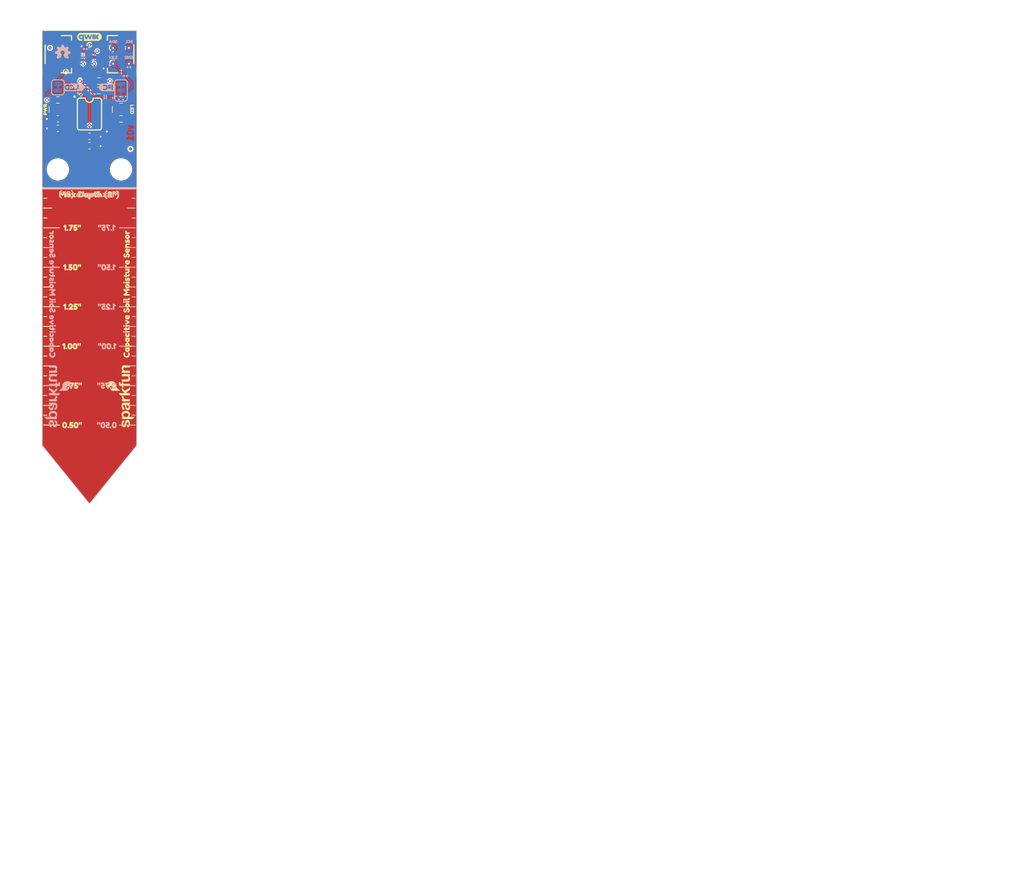
<source format=kicad_pcb>
(kicad_pcb (version 20241229) (generator "pcbnew") (generator_version "9.0")
  (title_block (title "SparkFun Capacitive Soil Moisture Sensor (Qwiic)") (date "2025-12-11") (rev "v01") (company "SparkFun") (comment 1 "Designed by: Malcolm McKellips"))
  (layers (0 "F.Cu" signal) (2 "B.Cu" signal) (13 "F.Paste" user) (15 "B.Paste" user) (5 "F.SilkS" user "F.Silkscreen") (7 "B.SilkS" user "B.Silkscreen") (1 "F.Mask" user) (3 "B.Mask" user) (25 "Edge.Cuts" user))
  (net 0 "")
  (net 1 "3.3V")
  (net 2 "GND")
  (net 3 "SCL")
  (net 4 "SDA")
  (net 5 "Net-(D1-A)")
  (net 6 "Net-(JP1-A)")
  (net 11 "TO_CAP_PLATE")
  (net 12 "Net-(U1-CMOD)")
  (net 13 "Net-(U1-VCC)")
  (net 14 "Net-(D2-K)")
  (net 15 "Net-(D2-A)")
  (net 16 "Net-(JP2-A)")
  (net 17 "Net-(JP2-C)")
  (net 18 "Net-(U1-SDA)")
  (net 19 "Net-(U1-SCL)")
  (net 20 "Net-(U1-CS0)")
  (footprint "SparkFun-Resistor:R_0603_1608Metric" (layer "F.Cu") (at 110.49 59.436 180)
    (property "Reference" "R1")
    (property "Value" "4.7k")
    (pad "1" smd roundrect (at -0.825 0 180) (size 0.8 0.95) (layers "F.Cu" "F.Mask" "F.Paste") (net 5 "Net-(D1-A)"))
    (pad "2" smd roundrect (at 0.825 0 180) (size 0.8 0.95) (layers "F.Cu" "F.Mask" "F.Paste") (net 6 "Net-(JP1-A)"))
  )
  (footprint "SparkFun-Aesthetic:Creative_Commons_License" (layer "F.Cu") (at 215.265 168.91)
    (property "Reference" "G3" (hide yes))
    (property "Value" "OSHW_Logo" (hide yes))
  )
  (footprint "kibuzzard-693B4BC8" (layer "F.Cu") (at 112.776 105.41)
    (property "Reference" "kibuzzard-693B4BC8" (hide yes))
    (property "Value" "G***" (hide yes))
  )
  (footprint "kibuzzard-693B4BFF" (layer "F.Cu") (at 112.685542 99.060715)
    (property "Reference" "kibuzzard-693B4BFF" (hide yes))
    (property "Value" "G***" (hide yes))
  )
  (footprint "SparkFun-Resistor:R_0603_1608Metric" (layer "F.Cu") (at 120.65 59.436)
    (property "Reference" "R6")
    (property "Value" "560")
    (pad "1" smd roundrect (at -0.825 0) (size 0.8 0.95) (layers "F.Cu" "F.Mask" "F.Paste") (net 20 "Net-(U1-CS0)"))
    (pad "2" smd roundrect (at 0.825 0) (size 0.8 0.95) (layers "F.Cu" "F.Mask" "F.Paste") (net 11 "TO_CAP_PLATE"))
  )
  (footprint "SparkFun-Hardware:Standoff" (layer "F.Cu") (at 120.65 70.612)
    (property "Reference" "ST2")
    (property "Value" "Stand_off")
    (pad "" np_thru_hole circle (at 0 0) (size 3.1 3.1) (drill 3.1) (layers "*.Cu" "*.Mask"))
  )
  (footprint "SparkFun-Resistor:R_0603_1608Metric" (layer "F.Cu") (at 117.094 56.388 180)
    (property "Reference" "R3")
    (property "Value" "2.2k")
    (pad "1" smd roundrect (at -0.825 0 180) (size 0.8 0.95) (layers "F.Cu" "F.Mask" "F.Paste") (net 16 "Net-(JP2-A)"))
    (pad "2" smd roundrect (at 0.825 0 180) (size 0.8 0.95) (layers "F.Cu" "F.Mask" "F.Paste") (net 4 "SDA"))
  )
  (footprint "kibuzzard-693B565E" (layer "F.Cu") (at 121.666 90.678 90)
    (property "Reference" "kibuzzard-693B565E" (hide yes))
    (property "Value" "G***" (hide yes))
  )
  (footprint "SparkFun-Capacitor:C_0603_1608Metric" (layer "F.Cu") (at 115.57 65.278)
    (property "Reference" "C2")
    (property "Value" "1.0uF")
    (pad "1" smd roundrect (at -0.775 0) (size 0.9 0.95) (layers "F.Cu" "F.Mask" "F.Paste") (net 1 "3.3V"))
    (pad "2" smd roundrect (at 0.775 0) (size 0.9 0.95) (layers "F.Cu" "F.Mask" "F.Paste") (net 2 "GND"))
  )
  (footprint "SparkFun-Connector:JST_1x04_P1.0mm_Horizontal_SMD" (layer "F.Cu") (at 118.11 52.07 90)
    (property "Reference" "J2")
    (property "Value" "Qwiic_RA")
    (pad "1" smd rect (at -1.5 0 90) (size 0.6 1.35) (layers "F.Cu" "F.Mask" "F.Paste") (net 2 "GND"))
    (pad "2" smd rect (at -0.5 0 90) (size 0.6 1.35) (layers "F.Cu" "F.Mask" "F.Paste") (net 1 "3.3V"))
    (pad "3" smd rect (at 0.5 0 90) (size 0.6 1.35) (layers "F.Cu" "F.Mask" "F.Paste") (net 4 "SDA"))
    (pad "4" smd rect (at 1.5 0 90) (size 0.6 1.35) (layers "F.Cu" "F.Mask" "F.Paste") (net 3 "SCL"))
    (pad "NC1" smd rect (at 2.8 3.675 90) (size 1.2 2) (layers "F.Cu" "F.Mask" "F.Paste"))
    (pad "NC2" smd rect (at -2.8 3.675 90) (size 1.2 2) (layers "F.Cu" "F.Mask" "F.Paste"))
  )
  (footprint "SparkFun-Aesthetic:Fiducial_0.5mm_Mask1mm" (layer "F.Cu") (at 122.174 67.31)
    (property "Reference" "FID4")
    (property "Value" "Fiducial_0.5mm")
    (pad "" smd circle (at 0 0) (size 0.5 0.5) (layers "F.Cu" "F.Mask") (clearance 0.25))
  )
  (footprint "SparkFun-Aesthetic:SparkFun_Logo_10mm" (layer "F.Cu") (at 121.412 107.188 90)
    (property "Reference" "G***" (hide yes))
    (property "Value" "LOGO" (hide yes))
  )
  (footprint "SparkFun-Resistor:R_0603_1608Metric" (layer "F.Cu") (at 114.046 57.912 180)
    (property "Reference" "R5")
    (property "Value" "330")
    (pad "1" smd roundrect (at -0.825 0 180) (size 0.8 0.95) (layers "F.Cu" "F.Mask" "F.Paste") (net 19 "Net-(U1-SCL)"))
    (pad "2" smd roundrect (at 0.825 0 180) (size 0.8 0.95) (layers "F.Cu" "F.Mask" "F.Paste") (net 3 "SCL"))
  )
  (footprint "kibuzzard-693B4C4C" (layer "F.Cu") (at 115.511509 74.720349)
    (property "Reference" "kibuzzard-693B4C4C" (hide yes))
    (property "Value" "G***" (hide yes))
  )
  (footprint "kibuzzard-693B4C3E" (layer "F.Cu") (at 112.776 80.01)
    (property "Reference" "kibuzzard-693B4C3E" (hide yes))
    (property "Value" "G***" (hide yes))
  )
  (footprint "SparkFun-Resistor:R_0603_1608Metric" (layer "F.Cu") (at 120.65 62.484)
    (property "Reference" "R7")
    (property "Value" "2.2k")
    (pad "1" smd roundrect (at -0.825 0) (size 0.8 0.95) (layers "F.Cu" "F.Mask" "F.Paste") (net 1 "3.3V"))
    (pad "2" smd roundrect (at 0.825 0) (size 0.8 0.95) (layers "F.Cu" "F.Mask" "F.Paste") (net 15 "Net-(D2-A)"))
  )
  (footprint "kibuzzard-693B4C27" (layer "F.Cu") (at 112.776 86.36)
    (property "Reference" "kibuzzard-693B4C27" (hide yes))
    (property "Value" "G***" (hide yes))
  )
  (footprint "kibuzzard-693B4BBA" (layer "F.Cu") (at 112.776 111.76)
    (property "Reference" "kibuzzard-693B4BBA" (hide yes))
    (property "Value" "G***" (hide yes))
  )
  (footprint "SparkFun-LED:LED_0603_1608Metric_Red" (layer "F.Cu") (at 110.49 60.96)
    (property "Reference" "D1")
    (property "Value" "Red")
    (pad "1" smd roundrect (at -0.7875 0) (size 0.875 0.95) (layers "F.Cu" "F.Mask" "F.Paste") (net 2 "GND"))
    (pad "2" smd roundrect (at 0.7875 0) (size 0.875 0.95) (layers "F.Cu" "F.Mask" "F.Paste") (net 5 "Net-(D1-A)"))
  )
  (footprint "SparkFun-Connector:JST_1x04_P1.0mm_Horizontal_SMD" (layer "F.Cu") (at 113.03 52.07 -90)
    (property "Reference" "J1")
    (property "Value" "Qwiic_RA")
    (pad "1" smd rect (at -1.5 0 270) (size 0.6 1.35) (layers "F.Cu" "F.Mask" "F.Paste") (net 2 "GND"))
    (pad "2" smd rect (at -0.5 0 270) (size 0.6 1.35) (layers "F.Cu" "F.Mask" "F.Paste") (net 1 "3.3V"))
    (pad "3" smd rect (at 0.5 0 270) (size 0.6 1.35) (layers "F.Cu" "F.Mask" "F.Paste") (net 4 "SDA"))
    (pad "4" smd rect (at 1.5 0 270) (size 0.6 1.35) (layers "F.Cu" "F.Mask" "F.Paste") (net 3 "SCL"))
    (pad "NC1" smd rect (at 2.8 3.675 270) (size 1.2 2) (layers "F.Cu" "F.Mask" "F.Paste"))
    (pad "NC2" smd rect (at -2.8 3.675 270) (size 1.2 2) (layers "F.Cu" "F.Mask" "F.Paste"))
  )
  (footprint "SparkFun-Capacitor:C_0603_1608Metric" (layer "F.Cu") (at 115.57 66.802)
    (property "Reference" "C1")
    (property "Value" "0.1uF")
    (pad "1" smd roundrect (at -0.775 0) (size 0.9 0.95) (layers "F.Cu" "F.Mask" "F.Paste") (net 1 "3.3V"))
    (pad "2" smd roundrect (at 0.775 0) (size 0.9 0.95) (layers "F.Cu" "F.Mask" "F.Paste") (net 2 "GND"))
  )
  (footprint "SparkFun-Semiconductor-Standard:SO-8" (layer "F.Cu") (at 115.57 61.722)
    (property "Reference" "U1")
    (property "Value" "CY8CMBR3102")
    (pad "1" smd rect (at -2.8 -1.905 270) (size 0.6 1.2) (layers "F.Cu" "F.Mask" "F.Paste") (net 19 "Net-(U1-SCL)"))
    (pad "2" smd rect (at -2.8 -0.635 270) (size 0.6 1.2) (layers "F.Cu" "F.Mask" "F.Paste") (net 12 "Net-(U1-CMOD)"))
    (pad "3" smd rect (at -2.8 0.635 270) (size 0.6 1.2) (layers "F.Cu" "F.Mask" "F.Paste") (net 13 "Net-(U1-VCC)"))
    (pad "4" smd rect (at -2.8 1.905 270) (size 0.6 1.2) (layers "F.Cu" "F.Mask" "F.Paste") (net 1 "3.3V"))
    (pad "5" smd rect (at 2.8 1.905 270) (size 0.6 1.2) (layers "F.Cu" "F.Mask" "F.Paste") (net 2 "GND"))
    (pad "6" smd rect (at 2.8 0.635 270) (size 0.6 1.2) (layers "F.Cu" "F.Mask" "F.Paste") (net 14 "Net-(D2-K)"))
    (pad "7" smd rect (at 2.8 -0.635 270) (size 0.6 1.2) (layers "F.Cu" "F.Mask" "F.Paste") (net 20 "Net-(U1-CS0)"))
    (pad "8" smd rect (at 2.8 -1.905 270) (size 0.6 1.2) (layers "F.Cu" "F.Mask" "F.Paste") (net 18 "Net-(U1-SDA)"))
  )
  (footprint "SparkFun-LED:LED_0603_1608Metric_Blue" (layer "F.Cu") (at 120.65 60.96)
    (property "Reference" "D2")
    (property "Value" "Blue")
    (pad "1" smd roundrect (at -0.7875 0) (size 0.875 0.95) (layers "F.Cu" "F.Mask" "F.Paste") (net 14 "Net-(D2-K)"))
    (pad "2" smd roundrect (at 0.7875 0) (size 0.875 0.95) (layers "F.Cu" "F.Mask" "F.Paste") (net 15 "Net-(D2-A)"))
  )
  (footprint "SparkFun-Aesthetic:qwiic_4mm" (layer "F.Cu") (at 115.57 49.276)
    (property "Reference" "G***" (hide yes))
    (property "Value" "LOGO" (hide yes))
  )
  (footprint "SparkFun-Resistor:R_0603_1608Metric" (layer "F.Cu") (at 117.094 57.912 180)
    (property "Reference" "R4")
    (property "Value" "330")
    (pad "1" smd roundrect (at -0.825 0 180) (size 0.8 0.95) (layers "F.Cu" "F.Mask" "F.Paste") (net 18 "Net-(U1-SDA)"))
    (pad "2" smd roundrect (at 0.825 0 180) (size 0.8 0.95) (layers "F.Cu" "F.Mask" "F.Paste") (net 4 "SDA"))
  )
  (footprint "SparkFun-Capacitor:C_0603_1608Metric" (layer "F.Cu") (at 110.49 62.484 180)
    (property "Reference" "C3")
    (property "Value" "2200pF")
    (pad "1" smd roundrect (at -0.775 0 180) (size 0.9 0.95) (layers "F.Cu" "F.Mask" "F.Paste") (net 12 "Net-(U1-CMOD)"))
    (pad "2" smd roundrect (at 0.775 0 180) (size 0.9 0.95) (layers "F.Cu" "F.Mask" "F.Paste") (net 2 "GND"))
  )
  (footprint "SparkFun-Aesthetic:Fiducial_0.5mm_Mask1mm" (layer "F.Cu") (at 109.22 51.054)
    (property "Reference" "FID3")
    (property "Value" "Fiducial_0.5mm")
    (pad "" smd circle (at 0 0) (size 0.5 0.5) (layers "F.Cu" "F.Mask") (clearance 0.25))
  )
  (footprint "SparkFun-Resistor:R_0603_1608Metric" (layer "F.Cu") (at 114.046 56.388 180)
    (property "Reference" "R2")
    (property "Value" "2.2k")
    (pad "1" smd roundrect (at -0.825 0 180) (size 0.8 0.95) (layers "F.Cu" "F.Mask" "F.Paste") (net 17 "Net-(JP2-C)"))
    (pad "2" smd roundrect (at 0.825 0 180) (size 0.8 0.95) (layers "F.Cu" "F.Mask" "F.Paste") (net 3 "SCL"))
  )
  (footprint "kibuzzard-693B4C16" (layer "F.Cu") (at 112.776 92.71)
    (property "Reference" "kibuzzard-693B4C16" (hide yes))
    (property "Value" "G***" (hide yes))
  )
  (footprint "SparkFun-Capacitor:C_0603_1608Metric" (layer "F.Cu") (at 110.49 64.008 180)
    (property "Reference" "C4")
    (property "Value" "0.1uF")
    (pad "1" smd roundrect (at -0.775 0 180) (size 0.9 0.95) (layers "F.Cu" "F.Mask" "F.Paste") (net 13 "Net-(U1-VCC)"))
    (pad "2" smd roundrect (at 0.775 0 180) (size 0.9 0.95) (layers "F.Cu" "F.Mask" "F.Paste") (net 2 "GND"))
  )
  (footprint "SparkFun-Hardware:Standoff" (layer "F.Cu") (at 110.49 70.612)
    (property "Reference" "ST4")
    (property "Value" "Stand_off")
    (pad "" np_thru_hole circle (at 0 0) (size 3.1 3.1) (drill 3.1) (layers "*.Cu" "*.Mask"))
  )
  (footprint "kibuzzard-693C8DDA" (layer "F.Cu") (at 108.458 60.96 90)
    (property "Reference" "kibuzzard-693C8DDA" (hide yes))
    (property "Value" "G***" (hide yes))
  )
  (footprint "kibuzzard-693C8DE4" (layer "F.Cu") (at 122.428 60.96 -90)
    (property "Reference" "kibuzzard-693C8DE4" (hide yes))
    (property "Value" "G***" (hide yes))
  )
  (footprint "kibuzzard-693B4BBA" (layer "B.Cu") (at 118.364 111.76 180)
    (property "Reference" "kibuzzard-693B4BBA" (hide yes))
    (property "Value" "G***" (hide yes))
  )
  (footprint "kibuzzard-693B4C5A" (layer "B.Cu") (at 115.517947 74.676 180)
    (property "Reference" "kibuzzard-693B4C5A" (hide yes))
    (property "Value" "G***" (hide yes))
  )
  (footprint "kibuzzard-69334C1A" (layer "B.Cu") (at 113.157 57.404 180)
    (property "Reference" "kibuzzard-69334C1A" (hide yes))
    (property "Value" "G***" (hide yes))
  )
  (footprint "SparkFun-Connector:TestPoint-1.0mm" (layer "B.Cu") (at 119.38 53.594 180)
    (property "Reference" "TP5")
    (property "Value" "1.0mm")
    (pad "1" smd roundrect (at 0 0 180) (size 1.016 1.016) (layers "B.Cu" "B.Mask") (roundrect_rratio 0.5) (net 1 "3.3V"))
  )
  (footprint "kibuzzard-693B4BFF" (layer "B.Cu") (at 118.454458 99.060715 180)
    (property "Reference" "kibuzzard-693B4BFF" (hide yes))
    (property "Value" "G***" (hide yes))
  )
  (footprint "kibuzzard-6937166E" (layer "B.Cu") (at 121.92 50.038 180)
    (property "Reference" "kibuzzard-6937166E" (hide yes))
    (property "Value" "G***" (hide yes))
  )
  (footprint "SparkFun-Connector:TestPoint-1.0mm" (layer "B.Cu") (at 119.38 51.054 180)
    (property "Reference" "TP6")
    (property "Value" "1.0mm")
    (pad "1" smd roundrect (at 0 0 180) (size 1.016 1.016) (layers "B.Cu" "B.Mask") (roundrect_rratio 0.5) (net 4 "SDA"))
  )
  (footprint "SparkFun-Connector:TestPoint-1.0mm" (layer "B.Cu") (at 121.92 53.594 180)
    (property "Reference" "TP4")
    (property "Value" "1.0mm")
    (pad "1" smd roundrect (at 0 0 180) (size 1.016 1.016) (layers "B.Cu" "B.Mask") (roundrect_rratio 0.5) (net 2 "GND"))
  )
  (footprint "kibuzzard-6937167A" (layer "B.Cu") (at 121.92 52.578 180)
    (property "Reference" "kibuzzard-6937167A" (hide yes))
    (property "Value" "G***" (hide yes))
  )
  (footprint "SparkFun-Aesthetic:OSHW_Logo_2.5mm" (layer "B.Cu") (at 111.252 51.816 180)
    (property "Reference" "Ref**" (hide yes))
    (property "Value" "Val**" (hide yes))
  )
  (footprint "kibuzzard-693350BE" (layer "B.Cu") (at 118.364 57.404 180)
    (property "Reference" "kibuzzard-693350BE" (hide yes))
    (property "Value" "G***" (hide yes))
  )
  (footprint "SparkFun-Aesthetic:SparkFun_Logo_10mm" (layer "B.Cu") (at 109.728 107.188 90)
    (property "Reference" "G***" (hide yes))
    (property "Value" "LOGO" (hide yes))
  )
  (footprint "kibuzzard-693B4C27" (layer "B.Cu") (at 118.364 86.36 180)
    (property "Reference" "kibuzzard-693B4C27" (hide yes))
    (property "Value" "G***" (hide yes))
  )
  (footprint "kibuzzard-693B4C3E" (layer "B.Cu") (at 118.364 80.01 180)
    (property "Reference" "kibuzzard-693B4C3E" (hide yes))
    (property "Value" "G***" (hide yes))
  )
  (footprint "SparkFun-Aesthetic:Fiducial_0.5mm_Mask1mm" (layer "B.Cu") (at 109.22 51.054 180)
    (property "Reference" "FID2")
    (property "Value" "Fiducial_0.5mm")
    (pad "" smd circle (at 0 0 180) (size 0.5 0.5) (layers "B.Cu" "B.Mask") (clearance 0.25))
  )
  (footprint "SparkFun-Jumper:Jumper_3_NC-2_Trace" (layer "B.Cu") (at 120.65 57.912 -90)
    (property "Reference" "JP2")
    (property "Value" "I2C")
    (fp_poly (pts (xy 0.262 0.173) (xy 0.762 0.173) (xy 0.762 -0.127) (xy 0.262 -0.127)) (fill yes) (layer "B.Cu"))
    (fp_poly (pts (xy -0.7707 0.15) (xy -0.2707 0.15) (xy -0.2707 -0.15) (xy -0.7707 -0.15)) (fill yes) (layer "B.Cu"))
    (pad "1" smd rect (at -1.0414 0 270) (size 0.6604 1.27) (layers "B.Cu" "B.Mask") (net 16 "Net-(JP2-A)"))
    (pad "2" smd rect (at 0 0 270) (size 0.6604 1.27) (layers "B.Cu" "B.Mask") (net 1 "3.3V"))
    (pad "3" smd rect (at 1.0414 0 90) (size 0.6604 1.27) (layers "B.Cu" "B.Mask") (net 17 "Net-(JP2-C)"))
  )
  (footprint "SparkFun-Jumper:Jumper_2_NC_Trace" (layer "B.Cu") (at 110.49 57.404 90)
    (property "Reference" "JP1")
    (property "Value" "LED")
    (fp_poly (pts (xy -0.25 0.15) (xy 0.25 0.15) (xy 0.25 -0.15) (xy -0.25 -0.15)) (fill yes) (layer "B.Cu"))
    (pad "1" smd rect (at -0.5207 0 90) (size 0.6604 1.27) (layers "B.Cu" "B.Mask") (net 6 "Net-(JP1-A)"))
    (pad "2" smd rect (at 0.5207 0 90) (size 0.6604 1.27) (layers "B.Cu" "B.Mask") (net 1 "3.3V"))
  )
  (footprint "kibuzzard-693B4BC8" (layer "B.Cu") (at 118.364 105.41 180)
    (property "Reference" "kibuzzard-693B4BC8" (hide yes))
    (property "Value" "G***" (hide yes))
  )
  (footprint "SparkFun-Connector:TestPoint-1.0mm" (layer "B.Cu") (at 121.92 51.054 180)
    (property "Reference" "TP7")
    (property "Value" "1.0mm")
    (pad "1" smd roundrect (at 0 0 180) (size 1.016 1.016) (layers "B.Cu" "B.Mask") (roundrect_rratio 0.5) (net 3 "SCL"))
  )
  (footprint "kibuzzard-69371667" (layer "B.Cu") (at 119.38 50.038 180)
    (property "Reference" "kibuzzard-69371667" (hide yes))
    (property "Value" "G***" (hide yes))
  )
  (footprint "kibuzzard-693B4C16" (layer "B.Cu") (at 118.364 92.71 180)
    (property "Reference" "kibuzzard-693B4C16" (hide yes))
    (property "Value" "G***" (hide yes))
  )
  (footprint "kibuzzard-69371675" (layer "B.Cu") (at 119.38 52.578 180)
    (property "Reference" "kibuzzard-69371675" (hide yes))
    (property "Value" "G***" (hide yes))
  )
  (footprint "SparkFun-Aesthetic:Fiducial_0.5mm_Mask1mm" (layer "B.Cu") (at 122.174 67.31 180)
    (property "Reference" "FID1")
    (property "Value" "Fiducial_0.5mm")
    (pad "" smd circle (at 0 0 180) (size 0.5 0.5) (layers "B.Cu" "B.Mask") (clearance 0.25))
  )
  (footprint "kibuzzard-693B565E" (layer "B.Cu") (at 109.474 90.678 90)
    (property "Reference" "kibuzzard-693B565E" (hide yes))
    (property "Value" "G***" (hide yes))
  )
  (gr_line (start 108.204 102.235) (end 109.474 102.235) (stroke (width 0.1524)) (layer "F.SilkS"))
  (gr_line (start 108.204 103.8225) (end 108.712 103.8225) (stroke (width 0.1524)) (layer "F.SilkS"))
  (gr_line (start 108.204 105.41) (end 110.744 105.41) (stroke (width 0.1524)) (layer "F.SilkS"))
  (gr_line (start 108.204 76.835) (end 109.474 76.835) (stroke (width 0.1524)) (layer "F.SilkS"))
  (gr_line (start 108.204 91.1225) (end 108.712 91.1225) (stroke (width 0.1524)) (layer "F.SilkS"))
  (gr_line (start 108.204 78.4225) (end 108.712 78.4225) (stroke (width 0.1524)) (layer "F.SilkS"))
  (gr_line (start 108.204 87.9475) (end 108.712 87.9475) (stroke (width 0.1524)) (layer "F.SilkS"))
  (gr_line (start 108.204 106.9975) (end 108.712 106.9975) (stroke (width 0.1524)) (layer "F.SilkS"))
  (gr_line (start 108.204 92.71) (end 110.744 92.71) (stroke (width 0.1524)) (layer "F.SilkS"))
  (gr_line (start 108.204 80.01) (end 110.744 80.01) (stroke (width 0.1524)) (layer "F.SilkS"))
  (gr_line (start 108.204 89.535) (end 109.474 89.535) (stroke (width 0.1524)) (layer "F.SilkS"))
  (gr_line (start 108.204 81.5975) (end 108.712 81.5975) (stroke (width 0.1524)) (layer "F.SilkS"))
  (gr_line (start 108.204 111.76) (end 110.744 111.76) (stroke (width 0.1524)) (layer "F.SilkS"))
  (gr_line (start 108.204 86.36) (end 110.744 86.36) (stroke (width 0.1524)) (layer "F.SilkS"))
  (gr_line (start 108.204 110.1725) (end 108.712 110.1725) (stroke (width 0.1524)) (layer "F.SilkS"))
  (gr_line (start 108.204 99.06) (end 110.744 99.06) (stroke (width 0.1524)) (layer "F.SilkS"))
  (gr_line (start 108.204 83.185) (end 109.474 83.185) (stroke (width 0.1524)) (layer "F.SilkS"))
  (gr_line (start 108.204 108.585) (end 109.474 108.585) (stroke (width 0.1524)) (layer "F.SilkS"))
  (gr_line (start 108.204 84.7725) (end 108.712 84.7725) (stroke (width 0.1524)) (layer "F.SilkS"))
  (gr_line (start 108.204 95.885) (end 109.474 95.885) (stroke (width 0.1524)) (layer "F.SilkS"))
  (gr_line (start 108.204 94.2975) (end 108.712 94.2975) (stroke (width 0.1524)) (layer "F.SilkS"))
  (gr_line (start 108.204 75.2475) (end 108.712 75.2475) (stroke (width 0.1524)) (layer "F.SilkS"))
  (gr_line (start 108.204 73.66) (end 122.936 73.66) (stroke (width 0.3)) (layer "F.SilkS"))
  (gr_line (start 108.204 100.6475) (end 108.712 100.6475) (stroke (width 0.1524)) (layer "F.SilkS"))
  (gr_line (start 108.204 97.4725) (end 108.712 97.4725) (stroke (width 0.1524)) (layer "F.SilkS"))
  (gr_line (start 122.936 76.835) (end 121.666 76.835) (stroke (width 0.1524)) (layer "B.SilkS"))
  (gr_line (start 122.936 89.535) (end 121.666 89.535) (stroke (width 0.1524)) (layer "B.SilkS"))
  (gr_line (start 122.936 91.1225) (end 122.428 91.1225) (stroke (width 0.1524)) (layer "B.SilkS"))
  (gr_line (start 122.936 73.66) (end 108.204 73.66) (stroke (width 0.3)) (layer "B.SilkS"))
  (gr_line (start 122.936 94.2975) (end 122.428 94.2975) (stroke (width 0.1524)) (layer "B.SilkS"))
  (gr_line (start 122.936 83.185) (end 121.666 83.185) (stroke (width 0.1524)) (layer "B.SilkS"))
  (gr_line (start 122.936 80.01) (end 120.396 80.01) (stroke (width 0.1524)) (layer "B.SilkS"))
  (gr_line (start 122.936 92.71) (end 120.396 92.71) (stroke (width 0.1524)) (layer "B.SilkS"))
  (gr_line (start 122.936 100.6475) (end 122.428 100.6475) (stroke (width 0.1524)) (layer "B.SilkS"))
  (gr_line (start 122.936 81.5975) (end 122.428 81.5975) (stroke (width 0.1524)) (layer "B.SilkS"))
  (gr_line (start 122.936 106.9975) (end 122.428 106.9975) (stroke (width 0.1524)) (layer "B.SilkS"))
  (gr_line (start 122.936 75.2475) (end 122.428 75.2475) (stroke (width 0.1524)) (layer "B.SilkS"))
  (gr_line (start 122.936 86.36) (end 120.396 86.36) (stroke (width 0.1524)) (layer "B.SilkS"))
  (gr_line (start 122.936 99.06) (end 120.396 99.06) (stroke (width 0.1524)) (layer "B.SilkS"))
  (gr_line (start 122.936 103.8225) (end 122.428 103.8225) (stroke (width 0.1524)) (layer "B.SilkS"))
  (gr_line (start 122.936 108.585) (end 121.666 108.585) (stroke (width 0.1524)) (layer "B.SilkS"))
  (gr_line (start 122.936 111.76) (end 120.396 111.76) (stroke (width 0.1524)) (layer "B.SilkS"))
  (gr_line (start 122.936 84.7725) (end 122.428 84.7725) (stroke (width 0.1524)) (layer "B.SilkS"))
  (gr_line (start 122.936 95.885) (end 121.666 95.885) (stroke (width 0.1524)) (layer "B.SilkS"))
  (gr_line (start 122.936 102.235) (end 121.666 102.235) (stroke (width 0.1524)) (layer "B.SilkS"))
  (gr_line (start 122.936 78.4225) (end 122.428 78.4225) (stroke (width 0.1524)) (layer "B.SilkS"))
  (gr_line (start 122.936 97.4725) (end 122.428 97.4725) (stroke (width 0.1524)) (layer "B.SilkS"))
  (gr_line (start 122.936 87.9475) (end 122.428 87.9475) (stroke (width 0.1524)) (layer "B.SilkS"))
  (gr_line (start 122.936 110.1725) (end 122.428 110.1725) (stroke (width 0.1524)) (layer "B.SilkS"))
  (gr_line (start 122.936 105.41) (end 120.396 105.41) (stroke (width 0.1524)) (layer "B.SilkS"))
  (gr_poly (pts (xy 115.57 124.46) (xy 107.95 115.062) (xy 107.95 48.26) (xy 123.19 48.26) (xy 123.19 115.062)) (stroke (width 0.1)) (fill no) (layer "Edge.Cuts"))
  (gr_text "v01\n" (at 122.174 64.77 90) (layer "B.Cu" knockout) (effects (font (size 1.016 1.016) (thickness 0.254) (bold yes)) (justify mirror)))
  (segment (start 115.57 63.5) (end 116.078 63.5) (width 0.1524) (layer "F.Cu") (net 1))
  (segment (start 116.07 52.57) (end 118.11 52.57) (width 0.508) (layer "F.Cu") (net 1))
  (segment (start 119.38 52.832) (end 119.38 53.594) (width 0.1524) (layer "F.Cu") (net 1))
  (segment (start 114.795 66.802) (end 114.795 65.278) (width 0.1524) (layer "F.Cu") (net 1))
  (segment (start 111.76 54.864) (end 111.76 51.816) (width 0.1524) (layer "F.Cu") (net 1))
  (segment (start 112.006 51.57) (end 113.03 51.57) (width 0.1524) (layer "F.Cu") (net 1))
  (segment (start 115.036 65.037) (end 115.57 64.503) (width 0.1524) (layer "F.Cu") (net 1))
  (segment (start 116.586 62.992) (end 119.317 62.992) (width 0.1524) (layer "F.Cu") (net 1))
  (segment (start 119.317 62.992) (end 119.825 62.484) (width 0.1524) (layer "F.Cu") (net 1))
  (segment (start 114.795 65.037) (end 115.036 65.037) (width 0.1524) (layer "F.Cu") (net 1))
  (segment (start 114.795 65.278) (end 114.795 65.101) (width 0.1524) (layer "F.Cu") (net 1))
  (segment (start 115.07 51.57) (end 116.07 52.57) (width 0.508) (layer "F.Cu") (net 1))
  (segment (start 112.897 63.5) (end 112.77 63.627) (width 0.1524) (layer "F.Cu") (net 1))
  (segment (start 113.03 51.57) (end 114.808 51.57) (width 0.508) (layer "F.Cu") (net 1))
  (segment (start 116.078 63.5) (end 116.586 62.992) (width 0.1524) (layer "F.Cu") (net 1))
  (segment (start 114.808 51.57) (end 115.07 51.57) (width 0.508) (layer "F.Cu") (net 1))
  (segment (start 111.76 51.816) (end 112.006 51.57) (width 0.1524) (layer "F.Cu") (net 1))
  (segment (start 119.118 52.57) (end 119.38 52.832) (width 0.1524) (layer "F.Cu") (net 1))
  (segment (start 118.11 52.57) (end 119.118 52.57) (width 0.1524) (layer "F.Cu") (net 1))
  (segment (start 115.57 64.503) (end 115.57 63.5) (width 0.1524) (layer "F.Cu") (net 1))
  (segment (start 115.57 63.5) (end 112.897 63.5) (width 0.1524) (layer "F.Cu") (net 1))
  (via (at 115.57 63.5) (size 0.56) (drill 0.3) (layers "F.Cu" "B.Cu") (net 1))
  (via (at 119.38 53.594) (size 0.56) (drill 0.3) (layers "F.Cu" "B.Cu") (net 1))
  (via (at 111.76 54.864) (size 0.56) (drill 0.3) (layers "F.Cu" "B.Cu") (net 1))
  (segment (start 121.92 57.912) (end 120.65 57.912) (width 0.1524) (layer "B.Cu") (net 1))
  (segment (start 122.428 57.404) (end 121.92 57.912) (width 0.1524) (layer "B.Cu") (net 1))
  (segment (start 122.428 56.642) (end 122.428 57.404) (width 0.1524) (layer "B.Cu") (net 1))
  (segment (start 112.5093 56.8833) (end 110.49 56.8833) (width 0.1524) (layer "B.Cu") (net 1))
  (segment (start 115.57 59.944) (end 112.5093 56.8833) (width 0.1524) (layer "B.Cu") (net 1))
  (segment (start 119.38 53.594) (end 122.428 56.642) (width 0.1524) (layer "B.Cu") (net 1))
  (segment (start 110.49 56.134) (end 110.49 56.8833) (width 0.1524) (layer "B.Cu") (net 1))
  (segment (start 111.76 54.864) (end 110.49 56.134) (width 0.1524) (layer "B.Cu") (net 1))
  (segment (start 115.57 63.5) (end 115.57 59.944) (width 0.1524) (layer "B.Cu") (net 1))
  (via (at 117.348 65.342) (size 0.56) (drill 0.3) (layers "F.Cu" "B.Cu") (net 2))
  (via (at 117.348 66.866) (size 0.56) (drill 0.3) (layers "F.Cu" "B.Cu") (net 2))
  (via (at 108.712 62.484) (size 0.56) (drill 0.3) (layers "F.Cu" "B.Cu") (net 2))
  (via (at 117.856 54.356) (size 0.56) (drill 0.3) (layers "F.Cu" "B.Cu") (net 2))
  (via (at 121.92 53.594) (size 0.56) (drill 0.3) (layers "F.Cu" "B.Cu") (net 2))
  (via (at 114.2978 50.8) (size 0.56) (drill 0.3) (layers "F.Cu" "B.Cu") (net 2))
  (via (at 108.712 64.008) (size 0.56) (drill 0.3) (layers "F.Cu" "B.Cu") (net 2))
  (via (at 118.364 64.516) (size 0.56) (drill 0.3) (layers "F.Cu" "B.Cu") (net 2))
  (segment (start 119.888 50.038) (end 119.126 50.038) (width 0.1524) (layer "F.Cu") (net 3))
  (segment (start 114.53 53.57) (end 114.554 53.594) (width 0.1524) (layer "F.Cu") (net 3))
  (segment (start 113.221 56.388) (end 113.221 57.912) (width 0.1524) (layer "F.Cu") (net 3))
  (segment (start 117.6758 50.57) (end 118.11 50.57) (width 0.1524) (layer "F.Cu") (net 3))
  (segment (start 117.6518 50.546) (end 117.6758 50.57) (width 0.1524) (layer "F.Cu") (net 3))
  (segment (start 118.594 50.57) (end 118.11 50.57) (width 0.1524) (layer "F.Cu") (net 3))
  (segment (start 115.57 50.546) (end 117.6518 50.546) (width 0.1524) (layer "F.Cu") (net 3))
  (segment (start 113.03 53.57) (end 113.03 56.197) (width 0.1524) (layer "F.Cu") (net 3))
  (segment (start 113.03 53.57) (end 114.53 53.57) (width 0.1524) (layer "F.Cu") (net 3))
  (segment (start 121.92 51.054) (end 120.904 51.054) (width 0.1524) (layer "F.Cu") (net 3))
  (segment (start 120.904 51.054) (end 119.888 50.038) (width 0.1524) (layer "F.Cu") (net 3))
  (segment (start 113.03 56.197) (end 113.221 56.388) (width 0.1524) (layer "F.Cu") (net 3))
  (segment (start 113.03 53.57) (end 113.03 53.34) (width 0.1524) (layer "F.Cu") (net 3))
  (segment (start 119.126 50.038) (end 118.594 50.57) (width 0.1524) (layer "F.Cu") (net 3))
  (via (at 114.554 53.594) (size 0.56) (drill 0.3) (layers "F.Cu" "B.Cu") (net 3))
  (via (at 121.92 51.054) (size 0.56) (drill 0.3) (layers "F.Cu" "B.Cu") (net 3))
  (via (at 115.57 50.546) (size 0.56) (drill 0.3) (layers "F.Cu" "B.Cu") (net 3))
  (segment (start 115.316 50.8) (end 115.315021 50.8) (width 0.1524) (layer "B.Cu") (net 3))
  (segment (start 115.57 50.546) (end 115.316 50.8) (width 0.1524) (layer "B.Cu") (net 3))
  (segment (start 115.315021 50.8) (end 114.554 51.561021) (width 0.1524) (layer "B.Cu") (net 3))
  (segment (start 114.554 51.561021) (end 114.554 53.594) (width 0.1524) (layer "B.Cu") (net 3))
  (segment (start 116.269 56.388) (end 116.332 56.325) (width 0.1524) (layer "F.Cu") (net 4))
  (segment (start 116.84 51.57) (end 118.11 51.57) (width 0.1524) (layer "F.Cu") (net 4))
  (segment (start 119.38 51.413009) (end 119.38 51.054) (width 0.1524) (layer "F.Cu") (net 4))
  (segment (start 119.223009 51.57) (end 119.38 51.413009) (width 0.1524) (layer "F.Cu") (net 4))
  (segment (start 116.332 53.594) (end 115.824 53.594) (width 0.1524) (layer "F.Cu") (net 4))
  (segment (start 116.269 56.388) (end 116.269 57.912) (width 0.1524) (layer "F.Cu") (net 4))
  (segment (start 116.332 56.325) (end 116.332 53.594) (width 0.1524) (layer "F.Cu") (net 4))
  (segment (start 115.824 53.594) (end 114.8 52.57) (width 0.1524) (layer "F.Cu") (net 4))
  (segment (start 114.8 52.57) (end 113.03 52.57) (width 0.1524) (layer "F.Cu") (net 4))
  (segment (start 118.11 51.57) (end 119.223009 51.57) (width 0.1524) (layer "F.Cu") (net 4))
  (via (at 119.38 51.054) (size 0.56) (drill 0.3) (layers "F.Cu" "B.Cu") (net 4))
  (via (at 116.84 51.562) (size 0.56) (drill 0.3) (layers "F.Cu" "B.Cu") (net 4))
  (via (at 116.332 53.594) (size 0.56) (drill 0.3) (layers "F.Cu" "B.Cu") (net 4))
  (segment (start 116.332 53.594) (end 116.332 52.07) (width 0.1524) (layer "B.Cu") (net 4))
  (segment (start 116.332 52.07) (end 116.84 51.562) (width 0.1524) (layer "B.Cu") (net 4))
  (segment (start 111.315 59.436) (end 111.315 60.9225) (width 0.1524) (layer "F.Cu") (net 5))
  (segment (start 111.315 60.9225) (end 111.2775 60.96) (width 0.1524) (layer "F.Cu") (net 5))
  (segment (start 109.665 59.436) (end 108.712 59.436) (width 0.1524) (layer "F.Cu") (net 6))
  (via (at 108.712 59.436) (size 0.56) (drill 0.3) (layers "F.Cu" "B.Cu") (net 6))
  (segment (start 110.49 57.9247) (end 109.2073 57.9247) (width 0.1524) (layer "B.Cu") (net 6))
  (segment (start 109.2073 57.9247) (end 108.712 58.42) (width 0.1524) (layer "B.Cu") (net 6))
  (segment (start 108.712 58.42) (end 108.712 59.436) (width 0.1524) (layer "B.Cu") (net 6))
  (segment (start 120.65 65.024) (end 120.65 60.261) (width 0.1524) (layer "F.Cu") (net 11))
  (segment (start 115.57 74.168) (end 115.57 70.104) (width 0.1524) (layer "F.Cu") (net 11))
  (segment (start 120.65 60.261) (end 121.475 59.436) (width 0.1524) (layer "F.Cu") (net 11))
  (segment (start 115.57 70.104) (end 120.65 65.024) (width 0.1524) (layer "F.Cu") (net 11))
  (segment (start 111.265 62.484) (end 111.373 62.484) (width 0.1524) (layer "F.Cu") (net 12))
  (segment (start 111.373 62.484) (end 112.77 61.087) (width 0.1524) (layer "F.Cu") (net 12))
  (segment (start 111.265 63.862) (end 112.77 62.357) (width 0.1524) (layer "F.Cu") (net 13))
  (segment (start 111.265 64.008) (end 111.265 63.862) (width 0.1524) (layer "F.Cu") (net 13))
  (segment (start 118.4655 62.357) (end 119.8625 60.96) (width 0.1524) (layer "F.Cu") (net 14))
  (segment (start 118.37 62.357) (end 118.4655 62.357) (width 0.1524) (layer "F.Cu") (net 14))
  (segment (start 121.4375 60.96) (end 121.4375 62.4465) (width 0.1524) (layer "F.Cu") (net 15))
  (segment (start 121.4375 62.4465) (end 121.475 62.484) (width 0.1524) (layer "F.Cu") (net 15))
  (segment (start 117.919 56.388) (end 118.872 56.388) (width 0.1524) (layer "F.Cu") (net 16))
  (via (at 118.872 56.388) (size 0.56) (drill 0.3) (layers "F.Cu" "B.Cu") (net 16))
  (segment (start 119.3546 56.8706) (end 118.872 56.388) (width 0.1524) (layer "B.Cu") (net 16))
  (segment (start 120.65 56.8706) (end 119.3546 56.8706) (width 0.1524) (layer "B.Cu") (net 16))
  (segment (start 114.0534 56.388) (end 114.871 56.388) (width 0.1524) (layer "F.Cu") (net 17))
  (via (at 114.0534 56.388) (size 0.56) (drill 0.3) (layers "F.Cu" "B.Cu") (net 17))
  (segment (start 120.65 58.9534) (end 116.6188 58.9534) (width 0.1524) (layer "B.Cu") (net 17))
  (segment (start 116.6188 58.9534) (end 114.0534 56.388) (width 0.1524) (layer "B.Cu") (net 17))
  (segment (start 118.37 59.817) (end 118.11 59.557) (width 0.1524) (layer "F.Cu") (net 18))
  (segment (start 118.11 59.557) (end 118.11 58.103) (width 0.1524) (layer "F.Cu") (net 18))
  (segment (start 118.11 58.103) (end 117.919 57.912) (width 0.1524) (layer "F.Cu") (net 18))
  (segment (start 112.966 59.817) (end 112.77 59.817) (width 0.1524) (layer "F.Cu") (net 19))
  (segment (start 114.871 57.912) (end 112.966 59.817) (width 0.1524) (layer "F.Cu") (net 19))
  (segment (start 119.825 59.632) (end 119.825 59.436) (width 0.1524) (layer "F.Cu") (net 20))
  (segment (start 118.37 61.087) (end 119.825 59.632) (width 0.1524) (layer "F.Cu") (net 20))
  (zone (net 2) (net_name "GND") (layers "F.Cu" "B.Cu") (connect_pads (clearance 0.1778)) (min_thickness 0.1778) (fill yes (thermal_gap 0.1778) (thermal_bridge_width 0.1778))
    (polygon (pts (xy 107.95 73.66) (xy 107.95 48.26) (xy 123.19 48.26) (xy 123.19 73.66)))
  )
  (zone (net 11) (net_name "TO_CAP_PLATE") (layers "F.Cu" "B.Cu") (connect_pads (clearance 0.1778)) (min_thickness 0.1778) (fill yes (thermal_gap 0.1778) (thermal_bridge_width 0.1778))
    (polygon (pts (xy 115.57 124.46) (xy 107.95 115.062) (xy 107.95 73.66) (xy 123.19 73.66) (xy 123.19 115.062)))
  )
)
</source>
